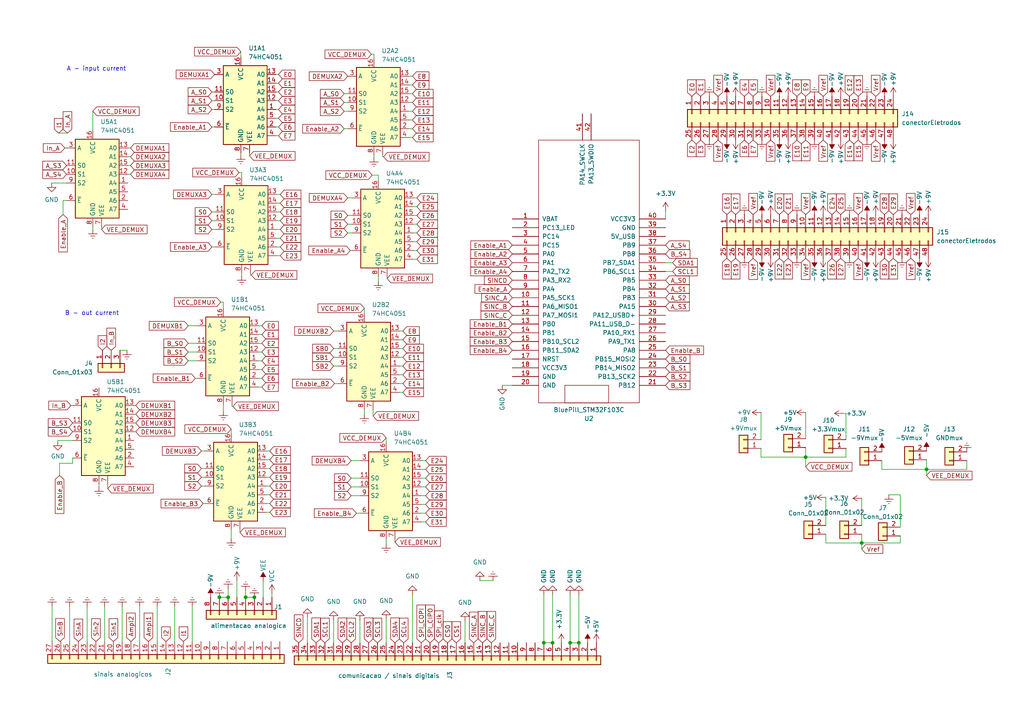
<source format=kicad_sch>
(kicad_sch (version 20230121) (generator eeschema)
  (paper "A4")
  (title_block (title "Demux") (date "2024-02-05") (rev "v02") (company "Autor: Gustavo Pinheiro"))
  (junction (at 66.167 173.228))
  (junction (at 63.627 173.228))
  (junction (at 233.68 132.588))
  (junction (at 73.787 173.228))
  (junction (at 157.734 186.436))
  (junction (at 249.936 157.48))
  (junction (at 165.354 186.436))
  (junction (at 167.894 186.436))
  (junction (at 160.274 186.436))
  (junction (at 268.732 136.144))
  (junction (at 71.247 173.228))
  (wire (pts (xy 61.468 71.628) (xy 62.484 71.628)))
  (wire (pts (xy 75.946 112.268) (xy 74.93 112.268)))
  (wire (pts (xy 63.627 173.228) (xy 66.167 173.228)))
  (wire (pts (xy 26.924 32.258) (xy 26.924 37.846)))
  (wire (pts (xy 58.928 146.05) (xy 59.436 146.05)))
  (wire (pts (xy 15.113 175.895) (xy 15.113 186.055)))
  (wire (pts (xy 249.936 157.48) (xy 261.112 157.48)))
  (wire (pts (xy 123.444 136.144) (xy 122.174 136.144)))
  (wire (pts (xy 78.232 148.59) (xy 77.216 148.59)))
  (wire (pts (xy 101.6 72.644) (xy 102.108 72.644)))
  (wire (pts (xy 72.39 45.212) (xy 72.39 44.45)))
  (wire (pts (xy 58.42 138.43) (xy 59.436 138.43)))
  (wire (pts (xy 61.468 61.468) (xy 62.484 61.468)))
  (wire (pts (xy 75.946 97.028) (xy 74.93 97.028)))
  (wire (pts (xy 14.986 53.086) (xy 19.304 53.086)))
  (wire (pts (xy 61.468 31.75) (xy 62.23 31.75)))
  (wire (pts (xy 139.192 168.402) (xy 143.002 168.402)))
  (wire (pts (xy 119.634 29.718) (xy 118.618 29.718)))
  (wire (pts (xy 75.946 99.568) (xy 74.93 99.568)))
  (wire (pts (xy 100.838 65.024) (xy 102.108 65.024)))
  (wire (pts (xy 249.936 154.94) (xy 249.936 157.48)))
  (wire (pts (xy 96.774 106.172) (xy 98.044 106.172)))
  (wire (pts (xy 116.84 113.792) (xy 115.824 113.792)))
  (wire (pts (xy 18.796 42.926) (xy 19.304 42.926)))
  (wire (pts (xy 233.68 132.588) (xy 233.68 135.382)))
  (wire (pts (xy 39.37 117.602) (xy 38.862 117.602)))
  (wire (pts (xy 68.707 168.402) (xy 68.707 173.228)))
  (wire (pts (xy 123.444 143.764) (xy 122.174 143.764)))
  (wire (pts (xy 25.273 175.895) (xy 25.273 186.055)))
  (wire (pts (xy 157.734 172.466) (xy 157.734 186.436)))
  (wire (pts (xy 233.68 119.634) (xy 233.68 127.254)))
  (wire (pts (xy 81.28 58.928) (xy 80.264 58.928)))
  (wire (pts (xy 26.924 66.548) (xy 26.924 65.786)))
  (wire (pts (xy 239.522 157.48) (xy 249.936 157.48)))
  (wire (pts (xy 99.822 37.338) (xy 100.838 37.338)))
  (wire (pts (xy 80.772 39.37) (xy 80.01 39.37)))
  (wire (pts (xy 96.774 179.832) (xy 96.774 186.436)))
  (wire (pts (xy 61.468 66.548) (xy 62.484 66.548)))
  (wire (pts (xy 245.364 130.048) (xy 245.364 132.588)))
  (wire (pts (xy 112.014 157.734) (xy 112.014 156.464)))
  (wire (pts (xy 100.838 62.484) (xy 102.108 62.484)))
  (wire (pts (xy 75.946 104.648) (xy 74.93 104.648)))
  (wire (pts (xy 17.018 38.608) (xy 19.558 38.608)))
  (wire (pts (xy 220.726 119.634) (xy 220.726 127.508)))
  (wire (pts (xy 220.726 132.588) (xy 233.68 132.588)))
  (wire (pts (xy 115.824 106.172) (xy 116.84 106.172)))
  (wire (pts (xy 120.904 67.564) (xy 119.888 67.564)))
  (wire (pts (xy 160.274 172.466) (xy 160.274 186.436)))
  (wire (pts (xy 69.85 14.986) (xy 69.85 16.51)))
  (wire (pts (xy 71.2453 172.548) (xy 71.247 172.548)))
  (wire (pts (xy 123.444 133.604) (xy 122.174 133.604)))
  (wire (pts (xy 81.28 56.388) (xy 80.264 56.388)))
  (wire (pts (xy 20.193 175.895) (xy 20.193 186.055)))
  (wire (pts (xy 268.732 136.144) (xy 268.732 137.922)))
  (wire (pts (xy 119.634 39.878) (xy 118.618 39.878)))
  (wire (pts (xy 103.378 148.844) (xy 104.394 148.844)))
  (wire (pts (xy 109.728 52.324) (xy 109.728 50.8)))
  (wire (pts (xy 108.204 120.65) (xy 108.204 118.872)))
  (wire (pts (xy 50.673 175.895) (xy 50.673 186.055)))
  (wire (pts (xy 80.772 31.75) (xy 80.01 31.75)))
  (wire (pts (xy 108.458 15.748) (xy 107.696 15.748)))
  (wire (pts (xy 39.37 125.222) (xy 38.862 125.222)))
  (wire (pts (xy 61.468 64.008) (xy 62.484 64.008)))
  (wire (pts (xy 120.904 70.104) (xy 119.888 70.104)))
  (wire (pts (xy 78.232 138.43) (xy 77.216 138.43)))
  (wire (pts (xy 112.014 127) (xy 112.014 128.524)))
  (wire (pts (xy 96.774 101.092) (xy 98.044 101.092)))
  (wire (pts (xy 78.232 146.05) (xy 77.216 146.05)))
  (wire (pts (xy 54.61 102.108) (xy 57.15 102.108)))
  (wire (pts (xy 71.2453 171.3366) (xy 71.2453 172.548)))
  (wire (pts (xy 61.468 36.83) (xy 62.23 36.83)))
  (wire (pts (xy 81.28 64.008) (xy 80.264 64.008)))
  (wire (pts (xy 64.77 119.253) (xy 64.77 117.348)))
  (wire (pts (xy 119.634 37.338) (xy 118.618 37.338)))
  (wire (pts (xy 78.232 143.51) (xy 77.216 143.51)))
  (wire (pts (xy 67.056 124.46) (xy 67.056 125.73)))
  (wire (pts (xy 69.596 154.432) (xy 69.596 153.67)))
  (wire (pts (xy 116.84 96.012) (xy 115.824 96.012)))
  (wire (pts (xy 78.232 133.35) (xy 77.216 133.35)))
  (wire (pts (xy 268.732 136.144) (xy 268.732 133.35)))
  (wire (pts (xy 120.904 57.404) (xy 119.888 57.404)))
  (wire (pts (xy 18.288 58.166) (xy 19.304 58.166)))
  (wire (pts (xy 97.028 111.252) (xy 98.044 111.252)))
  (wire (pts (xy 195.072 76.2) (xy 193.04 76.2)))
  (wire (pts (xy 66.167 170.688) (xy 66.167 173.228)))
  (wire (pts (xy 72.898 79.756) (xy 72.644 79.756)))
  (wire (pts (xy 80.772 24.13) (xy 80.01 24.13)))
  (wire (pts (xy 81.28 69.088) (xy 80.264 69.088)))
  (wire (pts (xy 105.664 120.142) (xy 105.664 118.872)))
  (wire (pts (xy 67.564 117.856) (xy 67.31 117.856)))
  (wire (pts (xy 80.772 21.59) (xy 80.01 21.59)))
  (wire (pts (xy 69.85 44.958) (xy 69.85 44.45)))
  (wire (pts (xy 120.904 65.024) (xy 119.888 65.024)))
  (wire (pts (xy 37.846 42.926) (xy 37.084 42.926)))
  (wire (pts (xy 18.288 62.23) (xy 18.288 58.166)))
  (wire (pts (xy 61.468 56.388) (xy 62.484 56.388)))
  (wire (pts (xy 123.444 141.224) (xy 122.174 141.224)))
  (wire (pts (xy 220.726 132.588) (xy 220.726 130.048)))
  (wire (pts (xy 21.082 134.366) (xy 21.082 132.842)))
  (wire (pts (xy 58.42 135.89) (xy 59.436 135.89)))
  (wire (pts (xy 67.31 117.856) (xy 67.31 117.348)))
  (wire (pts (xy 239.522 144.272) (xy 239.522 152.4)))
  (wire (pts (xy 134.874 180.086) (xy 134.874 186.436)))
  (wire (pts (xy 261.112 143.51) (xy 261.112 152.908)))
  (wire (pts (xy 39.37 120.142) (xy 38.862 120.142)))
  (wire (pts (xy 81.28 61.468) (xy 80.264 61.468)))
  (wire (pts (xy 31.242 141.732) (xy 31.242 140.462)))
  (wire (pts (xy 55.753 175.895) (xy 55.753 186.055)))
  (wire (pts (xy 64.008 87.63) (xy 64.77 87.63)))
  (wire (pts (xy 29.464 66.548) (xy 29.464 65.786)))
  (wire (pts (xy 116.84 103.632) (xy 115.824 103.632)))
  (wire (pts (xy 54.61 99.568) (xy 57.15 99.568)))
  (wire (pts (xy 76.3272 168.5449) (xy 76.3272 173.228)))
  (wire (pts (xy 249.936 144.526) (xy 249.936 152.4)))
  (wire (pts (xy 81.28 71.628) (xy 80.264 71.628)))
  (wire (pts (xy 244.602 119.888) (xy 245.364 119.888)))
  (wire (pts (xy 116.84 111.252) (xy 115.824 111.252)))
  (wire (pts (xy 249.936 159.258) (xy 249.936 157.48)))
  (wire (pts (xy 120.904 72.644) (xy 119.888 72.644)))
  (wire (pts (xy 105.664 89.408) (xy 105.664 90.932)))
  (wire (pts (xy 255.778 136.144) (xy 268.732 136.144)))
  (wire (pts (xy 78.232 135.89) (xy 77.216 135.89)))
  (wire (pts (xy 61.468 26.67) (xy 62.23 26.67)))
  (wire (pts (xy 54.61 104.648) (xy 57.15 104.648)))
  (wire (pts (xy 70.104 79.248) (xy 70.104 80.01)))
  (wire (pts (xy 80.772 34.29) (xy 80.01 34.29)))
  (wire (pts (xy 112.268 80.772) (xy 112.268 80.264)))
  (wire (pts (xy 108.458 17.018) (xy 108.458 15.748)))
  (wire (pts (xy 268.732 136.144) (xy 280.416 136.144)))
  (wire (pts (xy 116.84 98.552) (xy 115.824 98.552)))
  (wire (pts (xy 76.3272 173.228) (xy 76.327 173.228)))
  (wire (pts (xy 165.354 186.436) (xy 167.894 186.436)))
  (wire (pts (xy 71.247 172.548) (xy 71.247 173.228)))
  (wire (pts (xy 261.112 155.448) (xy 261.112 157.48)))
  (wire (pts (xy 56.642 109.728) (xy 57.15 109.728)))
  (wire (pts (xy 61.468 29.21) (xy 62.23 29.21)))
  (wire (pts (xy 233.68 132.588) (xy 233.68 129.794)))
  (wire (pts (xy 99.822 29.718) (xy 100.838 29.718)))
  (wire (pts (xy 80.772 26.67) (xy 80.01 26.67)))
  (wire (pts (xy 101.854 133.604) (xy 104.394 133.604)))
  (wire (pts (xy 35.433 175.895) (xy 35.433 186.055)))
  (wire (pts (xy 70.104 50.038) (xy 69.342 50.038)))
  (wire (pts (xy 123.444 146.304) (xy 122.174 146.304)))
  (wire (pts (xy 119.634 24.638) (xy 118.618 24.638)))
  (wire (pts (xy 165.354 172.466) (xy 165.354 186.436)))
  (wire (pts (xy 104.394 179.832) (xy 104.394 186.436)))
  (wire (pts (xy 75.946 109.728) (xy 74.93 109.728)))
  (wire (pts (xy 99.822 32.258) (xy 100.838 32.258)))
  (wire (pts (xy 239.522 154.94) (xy 239.522 157.48)))
  (wire (pts (xy 37.846 48.006) (xy 37.084 48.006)))
  (wire (pts (xy 116.84 108.712) (xy 115.824 108.712)))
  (wire (pts (xy 120.904 75.184) (xy 119.888 75.184)))
  (wire (pts (xy 100.838 57.404) (xy 102.108 57.404)))
  (wire (pts (xy 36.83 101.6) (xy 34.798 101.6)))
  (wire (pts (xy 257.81 143.51) (xy 261.112 143.51)))
  (wire (pts (xy 195.072 78.74) (xy 193.04 78.74)))
  (wire (pts (xy 58.42 130.81) (xy 59.436 130.81)))
  (wire (pts (xy 245.364 119.888) (xy 245.364 127.508)))
  (wire (pts (xy 145.669 111.76) (xy 148.59 111.76)))
  (wire (pts (xy 28.702 141.224) (xy 28.702 140.462)))
  (wire (pts (xy 109.728 81.534) (xy 109.728 80.264)))
  (wire (pts (xy 109.728 50.8) (xy 107.95 50.8)))
  (wire (pts (xy 78.8682 172.121) (xy 78.8682 173.228)))
  (wire (pts (xy 123.444 151.384) (xy 122.174 151.384)))
  (wire (pts (xy 101.854 138.684) (xy 104.394 138.684)))
  (wire (pts (xy 75.946 107.188) (xy 74.93 107.188)))
  (wire (pts (xy 167.894 172.466) (xy 167.894 186.436)))
  (wire (pts (xy 78.867 173.228) (xy 78.8682 173.228)))
  (wire (pts (xy 78.232 130.81) (xy 77.216 130.81)))
  (wire (pts (xy 123.444 148.844) (xy 122.174 148.844)))
  (wire (pts (xy 120.904 59.944) (xy 119.888 59.944)))
  (wire (pts (xy 119.634 34.798) (xy 118.618 34.798)))
  (wire (pts (xy 96.774 103.632) (xy 98.044 103.632)))
  (wire (pts (xy 81.28 66.548) (xy 80.264 66.548)))
  (wire (pts (xy 16.764 127.762) (xy 16.764 128.016)))
  (wire (pts (xy 101.854 141.224) (xy 104.394 141.224)))
  (wire (pts (xy 157.734 186.436) (xy 160.274 186.436)))
  (wire (pts (xy 17.653 186.055) (xy 17.399 186.055)))
  (wire (pts (xy 54.61 94.488) (xy 57.15 94.488)))
  (wire (pts (xy 111.252 45.466) (xy 110.998 45.466)))
  (wire (pts (xy 119.634 32.258) (xy 118.618 32.258)))
  (wire (pts (xy 78.232 140.97) (xy 77.216 140.97)))
  (wire (pts (xy 20.574 117.602) (xy 21.082 117.602)))
  (wire (pts (xy 37.846 50.546) (xy 37.084 50.546)))
  (wire (pts (xy 39.37 122.682) (xy 38.862 122.682)))
  (wire (pts (xy 72.644 79.756) (xy 72.644 79.248)))
  (wire (pts (xy 116.84 101.092) (xy 115.824 101.092)))
  (wire (pts (xy 96.774 96.012) (xy 98.044 96.012)))
  (wire (pts (xy 70.104 51.308) (xy 70.104 50.038)))
  (wire (pts (xy 101.854 143.764) (xy 104.394 143.764)))
  (wire (pts (xy 58.42 140.97) (xy 59.436 140.97)))
  (wire (pts (xy 17.272 134.366) (xy 21.082 134.366)))
  (wire (pts (xy 17.272 134.366) (xy 17.272 137.922)))
  (wire (pts (xy 99.822 27.178) (xy 100.838 27.178)))
  (wire (pts (xy 80.772 29.21) (xy 80.01 29.21)))
  (wire (pts (xy 114.554 157.226) (xy 114.554 156.464)))
  (wire (pts (xy 255.778 136.144) (xy 255.778 133.604)))
  (wire (pts (xy 119.634 22.098) (xy 118.618 22.098)))
  (wire (pts (xy 37.846 45.466) (xy 37.084 45.466)))
  (wire (pts (xy 71.247 173.228) (xy 73.787 173.228)))
  (wire (pts (xy 75.946 94.488) (xy 74.93 94.488)))
  (wire (pts (xy 110.998 45.466) (xy 110.998 44.958)))
  (wire (pts (xy 89.154 179.07) (xy 89.154 186.436)))
  (wire (pts (xy 81.28 74.168) (xy 80.264 74.168)))
  (wire (pts (xy 123.444 138.684) (xy 122.174 138.684)))
  (wire (pts (xy 193.04 61.214) (xy 193.04 63.5)))
  (wire (pts (xy 280.416 133.604) (xy 280.416 136.144)))
  (wire (pts (xy 108.458 44.958) (xy 108.458 45.72)))
  (wire (pts (xy 119.634 27.178) (xy 118.618 27.178)))
  (wire (pts (xy 100.838 67.564) (xy 102.108 67.564)))
  (wire (pts (xy 75.946 102.108) (xy 74.93 102.108)))
  (wire (pts (xy 40.513 175.895) (xy 40.513 186.055)))
  (wire (pts (xy 120.904 62.484) (xy 119.888 62.484)))
  (wire (pts (xy 112.014 179.578) (xy 112.014 186.436)))
  (wire (pts (xy 233.68 132.588) (xy 245.364 132.588)))
  (wire (pts (xy 80.772 36.83) (xy 80.01 36.83)))
  (wire (pts (xy 30.353 175.895) (xy 30.353 186.055)))
  (wire (pts (xy 119.634 172.466) (xy 119.634 186.436)))
  (wire (pts (xy 45.593 175.895) (xy 45.593 186.055)))
  (wire (pts (xy 67.056 156.21) (xy 67.056 153.67)))
  (wire (pts (xy 16.764 127.762) (xy 21.082 127.762)))
  (wire (pts (xy 64.77 89.408) (xy 64.77 87.63)))
  (text "A - input current\n\n" (at 19.304 22.86 0) (effects (font (size 1.27 1.27)) (justify left bottom)))
  (text "B - out current\n\n" (at 18.796 93.726 0) (effects (font (size 1.27 1.27)) (justify left bottom)))
  (global_label "E10" (shape input) (at 119.634 27.178 0) (property "Intersheetrefs" "${INTERSHEET_REFS}" (effects hide)))
  (global_label "E22" (shape input) (at 81.28 71.628 0) (property "Intersheetrefs" "${INTERSHEET_REFS}" (effects hide)))
  (global_label "E8" (shape input) (at 231.14 27.94 90) (property "Intersheetrefs" "${INTERSHEET_REFS}" (effects hide)))
  (global_label "VEE_DEMUX" (shape input) (at 268.732 137.922 0) (property "Intersheetrefs" "${INTERSHEET_REFS}" (effects hide)))
  (global_label "Vref" (shape input) (at 218.44 74.93 270) (property "Intersheetrefs" "${INTERSHEET_REFS}" (effects hide)))
  (global_label "B_S1" (shape input) (at 193.04 106.68 0) (property "Intersheetrefs" "${INTERSHEET_REFS}" (effects hide)))
  (global_label "Vref" (shape input) (at 254 27.94 90) (property "Intersheetrefs" "${INTERSHEET_REFS}" (effects hide)))
  (global_label "E22" (shape input) (at 226.06 74.93 270) (property "Intersheetrefs" "${INTERSHEET_REFS}" (effects hide)))
  (global_label "SPI_clk" (shape input) (at 127.254 186.436 90) (property "Intersheetrefs" "${INTERSHEET_REFS}" (effects hide)))
  (global_label "E11" (shape input) (at 116.84 103.632 0) (property "Intersheetrefs" "${INTERSHEET_REFS}" (effects hide)))
  (global_label "I1" (shape input) (at 53.213 186.055 90) (property "Intersheetrefs" "${INTERSHEET_REFS}" (effects hide)))
  (global_label "E2" (shape input) (at 200.66 40.64 270) (property "Intersheetrefs" "${INTERSHEET_REFS}" (effects hide)))
  (global_label "E25" (shape input) (at 123.444 136.144 0) (property "Intersheetrefs" "${INTERSHEET_REFS}" (effects hide)))
  (global_label "SINCD" (shape input) (at 148.59 81.28 180) (property "Intersheetrefs" "${INTERSHEET_REFS}" (effects hide)))
  (global_label "Vref" (shape input) (at 248.92 62.23 90) (property "Intersheetrefs" "${INTERSHEET_REFS}" (effects hide)))
  (global_label "Enable_A1" (shape input) (at 61.468 36.83 180) (property "Intersheetrefs" "${INTERSHEET_REFS}" (effects hide)))
  (global_label "SB0" (shape input) (at 96.774 101.092 180) (property "Intersheetrefs" "${INTERSHEET_REFS}" (effects hide)))
  (global_label "E15" (shape input) (at 116.84 113.792 0) (property "Intersheetrefs" "${INTERSHEET_REFS}" (effects hide)))
  (global_label "B_S4" (shape input) (at 21.082 125.222 180) (property "Intersheetrefs" "${INTERSHEET_REFS}" (effects hide)))
  (global_label "SDA3" (shape input) (at 106.934 186.436 90) (property "Intersheetrefs" "${INTERSHEET_REFS}" (effects hide)))
  (global_label "Vref" (shape input) (at 249.936 159.258 0) (property "Intersheetrefs" "${INTERSHEET_REFS}" (effects hide)))
  (global_label "A_S2" (shape input) (at 99.822 32.258 180) (property "Intersheetrefs" "${INTERSHEET_REFS}" (effects hide)))
  (global_label "E16" (shape input) (at 81.28 56.388 0) (property "Intersheetrefs" "${INTERSHEET_REFS}" (effects hide)))
  (global_label "E19" (shape input) (at 78.232 138.43 0) (property "Intersheetrefs" "${INTERSHEET_REFS}" (effects hide)))
  (global_label "S2" (shape input) (at 61.468 66.548 180) (property "Intersheetrefs" "${INTERSHEET_REFS}" (effects hide)))
  (global_label "E26" (shape input) (at 241.3 74.93 270) (property "Intersheetrefs" "${INTERSHEET_REFS}" (effects hide)))
  (global_label "Vref" (shape input) (at 208.28 40.64 270) (property "Intersheetrefs" "${INTERSHEET_REFS}" (effects hide)))
  (global_label "CS1" (shape input) (at 132.334 186.436 90) (property "Intersheetrefs" "${INTERSHEET_REFS}" (effects hide)))
  (global_label "E29" (shape input) (at 259.08 62.23 90) (property "Intersheetrefs" "${INTERSHEET_REFS}" (effects hide)))
  (global_label "DEMUXA3" (shape input) (at 61.468 56.388 180) (property "Intersheetrefs" "${INTERSHEET_REFS}" (effects hide)))
  (global_label "SDA2" (shape input) (at 99.314 186.436 90) (property "Intersheetrefs" "${INTERSHEET_REFS}" (effects hide)))
  (global_label "E1" (shape input) (at 203.2 27.94 90) (property "Intersheetrefs" "${INTERSHEET_REFS}" (effects hide)))
  (global_label "E7" (shape input) (at 75.946 112.268 0) (property "Intersheetrefs" "${INTERSHEET_REFS}" (effects hide)))
  (global_label "DEMUXA1" (shape input) (at 37.846 42.926 0) (property "Intersheetrefs" "${INTERSHEET_REFS}" (effects hide)))
  (global_label "VEE_DEMUX" (shape input) (at 112.268 80.772 0) (property "Intersheetrefs" "${INTERSHEET_REFS}" (effects hide)))
  (global_label "E1" (shape input) (at 80.772 24.13 0) (property "Intersheetrefs" "${INTERSHEET_REFS}" (effects hide)))
  (global_label "Enable_B4" (shape input) (at 103.378 148.844 180) (property "Intersheetrefs" "${INTERSHEET_REFS}" (effects hide)))
  (global_label "DEMUXB2" (shape input) (at 39.37 120.142 0) (property "Intersheetrefs" "${INTERSHEET_REFS}" (effects hide)))
  (global_label "Ampl1" (shape input) (at 43.053 186.055 90) (property "Intersheetrefs" "${INTERSHEET_REFS}" (effects hide)))
  (global_label "E9" (shape input) (at 233.68 27.94 90) (property "Intersheetrefs" "${INTERSHEET_REFS}" (effects hide)))
  (global_label "A_S1" (shape input) (at 61.468 29.21 180) (property "Intersheetrefs" "${INTERSHEET_REFS}" (effects hide)))
  (global_label "SDA1" (shape input) (at 91.694 186.436 90) (property "Intersheetrefs" "${INTERSHEET_REFS}" (effects hide)))
  (global_label "VCC_DEMUX" (shape input) (at 233.68 135.382 0) (property "Intersheetrefs" "${INTERSHEET_REFS}" (effects hide)))
  (global_label "Enable_B2" (shape input) (at 97.028 111.252 180) (property "Intersheetrefs" "${INTERSHEET_REFS}" (effects hide)))
  (global_label "VCC_DEMUX" (shape input) (at 64.008 87.63 180) (property "Intersheetrefs" "${INTERSHEET_REFS}" (effects hide)))
  (global_label "E28" (shape input) (at 120.904 67.564 0) (property "Intersheetrefs" "${INTERSHEET_REFS}" (effects hide)))
  (global_label "E31" (shape input) (at 123.444 151.384 0) (property "Intersheetrefs" "${INTERSHEET_REFS}" (effects hide)))
  (global_label "E19" (shape input) (at 213.36 74.93 270) (property "Intersheetrefs" "${INTERSHEET_REFS}" (effects hide)))
  (global_label "DEMUXB1" (shape input) (at 39.37 117.602 0) (property "Intersheetrefs" "${INTERSHEET_REFS}" (effects hide)))
  (global_label "A_S0" (shape input) (at 61.468 26.67 180) (property "Intersheetrefs" "${INTERSHEET_REFS}" (effects hide)))
  (global_label "VCC_DEMUX" (shape input) (at 107.696 15.748 180) (property "Intersheetrefs" "${INTERSHEET_REFS}" (effects hide)))
  (global_label "A_S2" (shape input) (at 61.468 31.75 180) (property "Intersheetrefs" "${INTERSHEET_REFS}" (effects hide)))
  (global_label "E0" (shape input) (at 80.772 21.59 0) (property "Intersheetrefs" "${INTERSHEET_REFS}" (effects hide)))
  (global_label "VCC_DEMUX" (shape input) (at 112.014 127 180) (property "Intersheetrefs" "${INTERSHEET_REFS}" (effects hide)))
  (global_label "S1" (shape input) (at 101.854 141.224 180) (property "Intersheetrefs" "${INTERSHEET_REFS}" (effects hide)))
  (global_label "E30" (shape input) (at 120.904 72.644 0) (property "Intersheetrefs" "${INTERSHEET_REFS}" (effects hide)))
  (global_label "E2" (shape input) (at 75.946 99.568 0) (property "Intersheetrefs" "${INTERSHEET_REFS}" (effects hide)))
  (global_label "E15" (shape input) (at 119.634 39.878 0) (property "Intersheetrefs" "${INTERSHEET_REFS}" (effects hide)))
  (global_label "E11" (shape input) (at 119.634 29.718 0) (property "Intersheetrefs" "${INTERSHEET_REFS}" (effects hide)))
  (global_label "E13" (shape input) (at 116.84 108.712 0) (property "Intersheetrefs" "${INTERSHEET_REFS}" (effects hide)))
  (global_label "E4" (shape input) (at 80.772 31.75 0) (property "Intersheetrefs" "${INTERSHEET_REFS}" (effects hide)))
  (global_label "DEMUXA2" (shape input) (at 37.846 45.466 0) (property "Intersheetrefs" "${INTERSHEET_REFS}" (effects hide)))
  (global_label "S0" (shape input) (at 101.854 138.684 180) (property "Intersheetrefs" "${INTERSHEET_REFS}" (effects hide)))
  (global_label "DEMUXA3" (shape input) (at 37.846 48.006 0) (property "Intersheetrefs" "${INTERSHEET_REFS}" (effects hide)))
  (global_label "Vref" (shape input) (at 223.52 40.64 270) (property "Intersheetrefs" "${INTERSHEET_REFS}" (effects hide)))
  (global_label "Vref" (shape input) (at 238.76 40.64 270) (property "Intersheetrefs" "${INTERSHEET_REFS}" (effects hide)))
  (global_label "E7" (shape input) (at 218.44 40.64 270) (property "Intersheetrefs" "${INTERSHEET_REFS}" (effects hide)))
  (global_label "SINC_C" (shape input) (at 142.494 186.436 90) (property "Intersheetrefs" "${INTERSHEET_REFS}" (effects hide)))
  (global_label "B_S0" (shape input) (at 54.61 99.568 180) (property "Intersheetrefs" "${INTERSHEET_REFS}" (effects hide)))
  (global_label "SINC_A" (shape input) (at 137.414 186.436 90) (property "Intersheetrefs" "${INTERSHEET_REFS}" (effects hide)))
  (global_label "E19" (shape input) (at 81.28 64.008 0) (property "Intersheetrefs" "${INTERSHEET_REFS}" (effects hide)))
  (global_label "Enable_A3" (shape input) (at 148.59 76.2 180) (property "Intersheetrefs" "${INTERSHEET_REFS}" (effects hide)))
  (global_label "E4" (shape input) (at 215.9 27.94 90) (property "Intersheetrefs" "${INTERSHEET_REFS}" (effects hide)))
  (global_label "Enable_B" (shape input) (at 193.04 101.6 0) (property "Intersheetrefs" "${INTERSHEET_REFS}" (effects hide)))
  (global_label "E6" (shape input) (at 80.772 36.83 0) (property "Intersheetrefs" "${INTERSHEET_REFS}" (effects hide)))
  (global_label "E5" (shape input) (at 75.946 107.188 0) (property "Intersheetrefs" "${INTERSHEET_REFS}" (effects hide)))
  (global_label "VEE_DEMUX" (shape input) (at 72.898 79.756 0) (property "Intersheetrefs" "${INTERSHEET_REFS}" (effects hide)))
  (global_label "A_S1" (shape input) (at 99.822 29.718 180) (property "Intersheetrefs" "${INTERSHEET_REFS}" (effects hide)))
  (global_label "DEMUXA2" (shape input) (at 100.838 22.098 180) (property "Intersheetrefs" "${INTERSHEET_REFS}" (effects hide)))
  (global_label "E5" (shape input) (at 218.44 27.94 90) (property "Intersheetrefs" "${INTERSHEET_REFS}" (effects hide)))
  (global_label "SCL1" (shape input) (at 195.072 78.74 0) (property "Intersheetrefs" "${INTERSHEET_REFS}" (effects hide)))
  (global_label "Ampl2" (shape input) (at 37.973 186.055 90) (property "Intersheetrefs" "${INTERSHEET_REFS}" (effects hide)))
  (global_label "In_A" (shape input) (at 18.796 42.926 180) (property "Intersheetrefs" "${INTERSHEET_REFS}" (effects hide)))
  (global_label "Vref" (shape input) (at 254 40.64 270) (property "Intersheetrefs" "${INTERSHEET_REFS}" (effects hide)))
  (global_label "SB1" (shape input) (at 96.774 103.632 180) (property "Intersheetrefs" "${INTERSHEET_REFS}" (effects hide)))
  (global_label "A_S2" (shape input) (at 193.04 86.36 0) (property "Intersheetrefs" "${INTERSHEET_REFS}" (effects hide)))
  (global_label "VEE_DEMUX" (shape input) (at 72.39 45.212 0) (property "Intersheetrefs" "${INTERSHEET_REFS}" (effects hide)))
  (global_label "E21" (shape input) (at 78.232 143.51 0) (property "Intersheetrefs" "${INTERSHEET_REFS}" (effects hide)))
  (global_label "E23" (shape input) (at 228.6 74.93 270) (property "Intersheetrefs" "${INTERSHEET_REFS}" (effects hide)))
  (global_label "VCC_DEMUX" (shape input) (at 69.85 14.986 180) (property "Intersheetrefs" "${INTERSHEET_REFS}" (effects hide)))
  (global_label "DEMUXB2" (shape input) (at 96.774 96.012 180) (property "Intersheetrefs" "${INTERSHEET_REFS}" (effects hide)))
  (global_label "Enable_A" (shape input) (at 148.59 83.82 180) (property "Intersheetrefs" "${INTERSHEET_REFS}" (effects hide)))
  (global_label "E18" (shape input) (at 78.232 135.89 0) (property "Intersheetrefs" "${INTERSHEET_REFS}" (effects hide)))
  (global_label "E3" (shape input) (at 203.2 40.64 270) (property "Intersheetrefs" "${INTERSHEET_REFS}" (effects hide)))
  (global_label "Enable_A2" (shape input) (at 148.59 73.66 180) (property "Intersheetrefs" "${INTERSHEET_REFS}" (effects hide)))
  (global_label "E25" (shape input) (at 120.904 59.944 0) (property "Intersheetrefs" "${INTERSHEET_REFS}" (effects hide)))
  (global_label "DEMUXA4" (shape input) (at 100.838 57.404 180) (property "Intersheetrefs" "${INTERSHEET_REFS}" (effects hide)))
  (global_label "E14" (shape input) (at 116.84 111.252 0) (property "Intersheetrefs" "${INTERSHEET_REFS}" (effects hide)))
  (global_label "Vref" (shape input) (at 208.28 27.94 90) (property "Intersheetrefs" "${INTERSHEET_REFS}" (effects hide)))
  (global_label "SCL2" (shape input) (at 101.854 186.436 90) (property "Intersheetrefs" "${INTERSHEET_REFS}" (effects hide)))
  (global_label "Vref" (shape input) (at 218.44 62.23 90) (property "Intersheetrefs" "${INTERSHEET_REFS}" (effects hide)))
  (global_label "E7" (shape input) (at 80.772 39.37 0) (property "Intersheetrefs" "${INTERSHEET_REFS}" (effects hide)))
  (global_label "E14" (shape input) (at 246.38 40.64 270) (property "Intersheetrefs" "${INTERSHEET_REFS}" (effects hide)))
  (global_label "E20" (shape input) (at 226.06 62.23 90) (property "Intersheetrefs" "${INTERSHEET_REFS}" (effects hide)))
  (global_label "SCL3" (shape input) (at 109.474 186.436 90) (property "Intersheetrefs" "${INTERSHEET_REFS}" (effects hide)))
  (global_label "A_S1" (shape input) (at 193.04 83.82 0) (property "Intersheetrefs" "${INTERSHEET_REFS}" (effects hide)))
  (global_label "Sin2" (shape input) (at 27.813 186.055 90) (property "Intersheetrefs" "${INTERSHEET_REFS}" (effects hide)))
  (global_label "VEE_DEMUX" (shape input) (at 108.204 120.65 0) (property "Intersheetrefs" "${INTERSHEET_REFS}" (effects hide)))
  (global_label "Vref" (shape input) (at 223.52 27.94 90) (property "Intersheetrefs" "${INTERSHEET_REFS}" (effects hide)))
  (global_label "E10" (shape input) (at 231.14 40.64 270) (property "Intersheetrefs" "${INTERSHEET_REFS}" (effects hide)))
  (global_label "E2" (shape input) (at 80.772 26.67 0) (property "Intersheetrefs" "${INTERSHEET_REFS}" (effects hide)))
  (global_label "VCC_DEMUX" (shape input) (at 107.95 50.8 180) (property "Intersheetrefs" "${INTERSHEET_REFS}" (effects hide)))
  (global_label "E16" (shape input) (at 78.232 130.81 0) (property "Intersheetrefs" "${INTERSHEET_REFS}" (effects hide)))
  (global_label "Enable_A" (shape input) (at 18.288 62.23 270) (property "Intersheetrefs" "${INTERSHEET_REFS}" (effects hide)))
  (global_label "A_S4" (shape input) (at 19.304 50.546 180) (property "Intersheetrefs" "${INTERSHEET_REFS}" (effects hide)))
  (global_label "E20" (shape input) (at 81.28 66.548 0) (property "Intersheetrefs" "${INTERSHEET_REFS}" (effects hide)))
  (global_label "SDA1" (shape input) (at 195.072 76.2 0) (property "Intersheetrefs" "${INTERSHEET_REFS}" (effects hide)))
  (global_label "S2" (shape input) (at 58.42 140.97 180) (property "Intersheetrefs" "${INTERSHEET_REFS}" (effects hide)))
  (global_label "E25" (shape input) (at 243.84 62.23 90) (property "Intersheetrefs" "${INTERSHEET_REFS}" (effects hide)))
  (global_label "DEMUXA1" (shape input) (at 62.23 21.59 180) (property "Intersheetrefs" "${INTERSHEET_REFS}" (effects hide)))
  (global_label "SCL4" (shape input) (at 117.094 186.436 90) (property "Intersheetrefs" "${INTERSHEET_REFS}" (effects hide)))
  (global_label "E12" (shape input) (at 246.38 27.94 90) (property "Intersheetrefs" "${INTERSHEET_REFS}" (effects hide)))
  (global_label "E24" (shape input) (at 120.904 57.404 0) (property "Intersheetrefs" "${INTERSHEET_REFS}" (effects hide)))
  (global_label "SINC_C" (shape input) (at 148.59 91.44 180) (property "Intersheetrefs" "${INTERSHEET_REFS}" (effects hide)))
  (global_label "SPI_CIPO" (shape input) (at 124.714 186.436 90) (property "Intersheetrefs" "${INTERSHEET_REFS}" (effects hide)))
  (global_label "E27" (shape input) (at 120.904 65.024 0) (property "Intersheetrefs" "${INTERSHEET_REFS}" (effects hide)))
  (global_label "S0" (shape input) (at 58.42 135.89 180) (property "Intersheetrefs" "${INTERSHEET_REFS}" (effects hide)))
  (global_label "Vref" (shape input) (at 248.92 74.93 270) (property "Intersheetrefs" "${INTERSHEET_REFS}" (effects hide)))
  (global_label "E12" (shape input) (at 116.84 106.172 0) (property "Intersheetrefs" "${INTERSHEET_REFS}" (effects hide)))
  (global_label "E28" (shape input) (at 123.444 143.764 0) (property "Intersheetrefs" "${INTERSHEET_REFS}" (effects hide)))
  (global_label "E29" (shape input) (at 120.904 70.104 0) (property "Intersheetrefs" "${INTERSHEET_REFS}" (effects hide)))
  (global_label "SinA" (shape input) (at 22.733 186.055 90) (property "Intersheetrefs" "${INTERSHEET_REFS}" (effects hide)))
  (global_label "DEMUXB4" (shape input) (at 101.854 133.604 180) (property "Intersheetrefs" "${INTERSHEET_REFS}" (effects hide)))
  (global_label "E21" (shape input) (at 228.6 62.23 90) (property "Intersheetrefs" "${INTERSHEET_REFS}" (effects hide)))
  (global_label "Enable_A2" (shape input) (at 99.822 37.338 180) (property "Intersheetrefs" "${INTERSHEET_REFS}" (effects hide)))
  (global_label "S1" (shape input) (at 100.838 65.024 180) (property "Intersheetrefs" "${INTERSHEET_REFS}" (effects hide)))
  (global_label "VEE_DEMUX" (shape input) (at 111.252 45.466 0) (property "Intersheetrefs" "${INTERSHEET_REFS}" (effects hide)))
  (global_label "E18" (shape input) (at 81.28 61.468 0) (property "Intersheetrefs" "${INTERSHEET_REFS}" (effects hide)))
  (global_label "SINCD" (shape input) (at 86.614 186.436 90) (property "Intersheetrefs" "${INTERSHEET_REFS}" (effects hide)))
  (global_label "E26" (shape input) (at 120.904 62.484 0) (property "Intersheetrefs" "${INTERSHEET_REFS}" (effects hide)))
  (global_label "A_S3" (shape input) (at 193.04 88.9 0) (property "Intersheetrefs" "${INTERSHEET_REFS}" (effects hide)))
  (global_label "E0" (shape input) (at 200.66 27.94 90) (property "Intersheetrefs" "${INTERSHEET_REFS}" (effects hide)))
  (global_label "B_S0" (shape input) (at 193.04 104.14 0) (property "Intersheetrefs" "${INTERSHEET_REFS}" (effects hide)))
  (global_label "E24" (shape input) (at 123.444 133.604 0) (property "Intersheetrefs" "${INTERSHEET_REFS}" (effects hide)))
  (global_label "E15" (shape input) (at 248.92 40.64 270) (property "Intersheetrefs" "${INTERSHEET_REFS}" (effects hide)))
  (global_label "I2" (shape input) (at 29.718 101.6 90) (property "Intersheetrefs" "${INTERSHEET_REFS}" (effects hide)))
  (global_label "E31" (shape input) (at 259.08 74.93 270) (property "Intersheetrefs" "${INTERSHEET_REFS}" (effects hide)))
  (global_label "Enable_A1" (shape input) (at 148.59 71.12 180) (property "Intersheetrefs" "${INTERSHEET_REFS}" (effects hide)))
  (global_label "Vref" (shape input) (at 264.16 62.23 90) (property "Intersheetrefs" "${INTERSHEET_REFS}" (effects hide)))
  (global_label "A_S3" (shape input) (at 19.304 48.006 180) (property "Intersheetrefs" "${INTERSHEET_REFS}" (effects hide)))
  (global_label "In_B" (shape input) (at 20.574 117.602 180) (property "Intersheetrefs" "${INTERSHEET_REFS}" (effects hide)))
  (global_label "Enable_B2" (shape input) (at 148.59 96.52 180) (property "Intersheetrefs" "${INTERSHEET_REFS}" (effects hide)))
  (global_label "Vref" (shape input) (at 264.16 74.93 270) (property "Intersheetrefs" "${INTERSHEET_REFS}" (effects hide)))
  (global_label "VCC_DEMUX" (shape input) (at 67.056 124.46 180) (property "Intersheetrefs" "${INTERSHEET_REFS}" (effects hide)))
  (global_label "VCC_DEMUX" (shape input) (at 26.924 32.258 0) (property "Intersheetrefs" "${INTERSHEET_REFS}" (effects hide)))
  (global_label "I2" (shape input) (at 48.133 186.055 90) (property "Intersheetrefs" "${INTERSHEET_REFS}" (effects hide)))
  (global_label "E6" (shape input) (at 75.946 109.728 0) (property "Intersheetrefs" "${INTERSHEET_REFS}" (effects hide)))
  (global_label "SINC_B" (shape input) (at 148.59 88.9 180) (property "Intersheetrefs" "${INTERSHEET_REFS}" (effects hide)))
  (global_label "E20" (shape input) (at 78.232 140.97 0) (property "Intersheetrefs" "${INTERSHEET_REFS}" (effects hide)))
  (global_label "DEMUXB1" (shape input) (at 54.61 94.488 180) (property "Intersheetrefs" "${INTERSHEET_REFS}" (effects hide)))
  (global_label "A_S4" (shape input) (at 193.04 71.12 0) (property "Intersheetrefs" "${INTERSHEET_REFS}" (effects hide)))
  (global_label "Vref" (shape input) (at 238.76 27.94 90) (property "Intersheetrefs" "${INTERSHEET_REFS}" (effects hide)))
  (global_label "E18" (shape input) (at 210.82 74.93 270) (property "Intersheetrefs" "${INTERSHEET_REFS}" (effects hide)))
  (global_label "VEE_DEMUX" (shape input) (at 67.564 117.856 0) (property "Intersheetrefs" "${INTERSHEET_REFS}" (effects hide)))
  (global_label "S0" (shape input) (at 61.468 61.468 180) (property "Intersheetrefs" "${INTERSHEET_REFS}" (effects hide)))
  (global_label "Enable_B3" (shape input) (at 148.59 99.06 180) (property "Intersheetrefs" "${INTERSHEET_REFS}" (effects hide)))
  (global_label "B_S3" (shape input) (at 21.082 122.682 180) (property "Intersheetrefs" "${INTERSHEET_REFS}" (effects hide)))
  (global_label "DEMUXB3" (shape input) (at 58.42 130.81 180) (property "Intersheetrefs" "${INTERSHEET_REFS}" (effects hide)))
  (global_label "CS0" (shape input) (at 129.794 186.436 90) (property "Intersheetrefs" "${INTERSHEET_REFS}" (effects hide)))
  (global_label "S1" (shape input) (at 58.42 138.43 180) (property "Intersheetrefs" "${INTERSHEET_REFS}" (effects hide)))
  (global_label "E23" (shape input) (at 81.28 74.168 0) (property "Intersheetrefs" "${INTERSHEET_REFS}" (effects hide)))
  (global_label "E14" (shape input) (at 119.634 37.338 0) (property "Intersheetrefs" "${INTERSHEET_REFS}" (effects hide)))
  (global_label "DEMUXA4" (shape input) (at 37.846 50.546 0) (property "Intersheetrefs" "${INTERSHEET_REFS}" (effects hide)))
  (global_label "In_A" (shape input) (at 19.558 38.608 90) (property "Intersheetrefs" "${INTERSHEET_REFS}" (effects hide)))
  (global_label "E23" (shape input) (at 78.232 148.59 0) (property "Intersheetrefs" "${INTERSHEET_REFS}" (effects hide)))
  (global_label "In_B" (shape input) (at 32.258 101.6 90) (property "Intersheetrefs" "${INTERSHEET_REFS}" (effects hide)))
  (global_label "I1" (shape input) (at 17.018 38.608 90) (property "Intersheetrefs" "${INTERSHEET_REFS}" (effects hide)))
  (global_label "Enable_A3" (shape input) (at 61.468 71.628 180) (property "Intersheetrefs" "${INTERSHEET_REFS}" (effects hide)))
  (global_label "VCC_DEMUX" (shape input) (at 105.664 89.408 180) (property "Intersheetrefs" "${INTERSHEET_REFS}" (effects hide)))
  (global_label "SinB" (shape input) (at 17.399 186.055 90) (property "Intersheetrefs" "${INTERSHEET_REFS}" (effects hide)))
  (global_label "VEE_DEMUX" (shape input) (at 29.464 66.548 0) (property "Intersheetrefs" "${INTERSHEET_REFS}" (effects hide)))
  (global_label "SINC_B" (shape input) (at 139.954 186.436 90) (property "Intersheetrefs" "${INTERSHEET_REFS}" (effects hide)))
  (global_label "B_S2" (shape input) (at 54.61 104.648 180) (property "Intersheetrefs" "${INTERSHEET_REFS}" (effects hide)))
  (global_label "Sin1" (shape input) (at 32.893 186.055 90) (property "Intersheetrefs" "${INTERSHEET_REFS}" (effects hide)))
  (global_label "E17" (shape input) (at 78.232 133.35 0) (property "Intersheetrefs" "${INTERSHEET_REFS}" (effects hide)))
  (global_label "Enable_B1" (shape input) (at 56.642 109.728 180) (property "Intersheetrefs" "${INTERSHEET_REFS}" (effects hide)))
  (global_label "S1" (shape input) (at 61.468 64.008 180) (property "Intersheetrefs" "${INTERSHEET_REFS}" (effects hide)))
  (global_label "E9" (shape input) (at 119.634 24.638 0) (property "Intersheetrefs" "${INTERSHEET_REFS}" (effects hide)))
  (global_label "Enable_A4" (shape input) (at 101.6 72.644 180) (property "Intersheetrefs" "${INTERSHEET_REFS}" (effects hide)))
  (global_label "Enable_B1" (shape input) (at 148.59 93.98 180) (property "Intersheetrefs" "${INTERSHEET_REFS}" (effects hide)))
  (global_label "E13" (shape input) (at 119.634 34.798 0) (property "Intersheetrefs" "${INTERSHEET_REFS}" (effects hide)))
  (global_label "E31" (shape input) (at 120.904 75.184 0) (property "Intersheetrefs" "${INTERSHEET_REFS}" (effects hide)))
  (global_label "E12" (shape input) (at 119.634 32.258 0) (property "Intersheetrefs" "${INTERSHEET_REFS}" (effects hide)))
  (global_label "VCC_DEMUX" (shape input) (at 69.342 50.038 180) (property "Intersheetrefs" "${INTERSHEET_REFS}" (effects hide)))
  (global_label "SCL1" (shape input) (at 94.234 186.436 90) (property "Intersheetrefs" "${INTERSHEET_REFS}" (effects hide)))
  (global_label "DEMUXB3" (shape input) (at 39.37 122.682 0) (property "Intersheetrefs" "${INTERSHEET_REFS}" (effects hide)))
  (global_label "VEE_DEMUX" (shape input) (at 114.554 157.226 0) (property "Intersheetrefs" "${INTERSHEET_REFS}" (effects hide)))
  (global_label "SINC_A" (shape input) (at 148.59 86.36 180) (property "Intersheetrefs" "${INTERSHEET_REFS}" (effects hide)))
  (global_label "E3" (shape input) (at 80.772 29.21 0) (property "Intersheetrefs" "${INTERSHEET_REFS}" (effects hide)))
  (global_label "Enable_A4" (shape input) (at 148.59 78.74 180) (property "Intersheetrefs" "${INTERSHEET_REFS}" (effects hide)))
  (global_label "E17" (shape input) (at 213.36 62.23 90) (property "Intersheetrefs" "${INTERSHEET_REFS}" (effects hide)))
  (global_label "B_S1" (shape input) (at 54.61 102.108 180) (property "Intersheetrefs" "${INTERSHEET_REFS}" (effects hide)))
  (global_label "E5" (shape input) (at 80.772 34.29 0) (property "Intersheetrefs" "${INTERSHEET_REFS}" (effects hide)))
  (global_label "E30" (shape input) (at 256.54 74.93 270) (property "Intersheetrefs" "${INTERSHEET_REFS}" (effects hide)))
  (global_label "E3" (shape input) (at 75.946 102.108 0) (property "Intersheetrefs" "${INTERSHEET_REFS}" (effects hide)))
  (global_label "Enable_B3" (shape input) (at 58.928 146.05 180) (property "Intersheetrefs" "${INTERSHEET_REFS}" (effects hide)))
  (global_label "A_S0" (shape input) (at 99.822 27.178 180) (property "Intersheetrefs" "${INTERSHEET_REFS}" (effects hide)))
  (global_label "E10" (shape input) (at 116.84 101.092 0) (property "Intersheetrefs" "${INTERSHEET_REFS}" (effects hide)))
  (global_label "SPI_COPI" (shape input) (at 122.174 186.436 90) (property "Intersheetrefs" "${INTERSHEET_REFS}" (effects hide)))
  (global_label "A_S0" (shape input) (at 193.04 81.28 0) (property "Intersheetrefs" "${INTERSHEET_REFS}" (effects hide)))
  (global_label "E13" (shape input) (at 248.92 27.94 90) (property "Intersheetrefs" "${INTERSHEET_REFS}" (effects hide)))
  (global_label "S2" (shape input) (at 101.854 143.764 180) (property "Intersheetrefs" "${INTERSHEET_REFS}" (effects hide)))
  (global_label "B_S4" (shape input) (at 193.04 73.66 0) (property "Intersheetrefs" "${INTERSHEET_REFS}" (effects hide)))
  (global_label "E8" (shape input) (at 119.634 22.098 0) (property "Intersheetrefs" "${INTERSHEET_REFS}" (effects hide)))
  (global_label "DEMUXB4" (shape input) (at 39.37 125.222 0) (property "Intersheetrefs" "${INTERSHEET_REFS}" (effects hide)))
  (global_label "Vref" (shape input) (at 233.68 74.93 270) (property "Intersheetrefs" "${INTERSHEET_REFS}" (effects hide)))
  (global_label "E27" (shape input) (at 123.444 141.224 0) (property "Intersheetrefs" "${INTERSHEET_REFS}" (effects hide)))
  (global_label "E17" (shape input) (at 81.28 58.928 0) (property "Intersheetrefs" "${INTERSHEET_REFS}" (effects hide)))
  (global_label "E28" (shape input) (at 256.54 62.23 90) (property "Intersheetrefs" "${INTERSHEET_REFS}" (effects hide)))
  (global_label "Enable_B4" (shape input) (at 148.59 101.6 180) (property "Intersheetrefs" "${INTERSHEET_REFS}" (effects hide)))
  (global_label "E22" (shape input) (at 78.232 146.05 0) (property "Intersheetrefs" "${INTERSHEET_REFS}" (effects hide)))
  (global_label "VEE_DEMUX" (shape input) (at 31.242 141.732 0) (property "Intersheetrefs" "${INTERSHEET_REFS}" (effects hide)))
  (global_label "SDA4" (shape input) (at 114.554 186.436 90) (property "Intersheetrefs" "${INTERSHEET_REFS}" (effects hide)))
  (global_label "E4" (shape input) (at 75.946 104.648 0) (property "Intersheetrefs" "${INTERSHEET_REFS}" (effects hide)))
  (global_label "B_S3" (shape input) (at 193.04 111.76 0) (property "Intersheetrefs" "${INTERSHEET_REFS}" (effects hide)))
  (global_label "B_S2" (shape input) (at 193.04 109.22 0) (property "Intersheetrefs" "${INTERSHEET_REFS}" (effects hide)))
  (global_label "S0" (shape input) (at 100.838 62.484 180) (property "Intersheetrefs" "${INTERSHEET_REFS}" (effects hide)))
  (global_label "E30" (shape input) (at 123.444 148.844 0) (property "Intersheetrefs" "${INTERSHEET_REFS}" (effects hide)))
  (global_label "VEE_DEMUX" (shape input) (at 69.596 154.432 0) (property "Intersheetrefs" "${INTERSHEET_REFS}" (effects hide)))
  (global_label "E26" (shape input) (at 123.444 138.684 0) (property "Intersheetrefs" "${INTERSHEET_REFS}" (effects hide)))
  (global_label "E6" (shape input) (at 215.9 40.64 270) (property "Intersheetrefs" "${INTERSHEET_REFS}" (effects hide)))
  (global_label "Enable_B" (shape input) (at 17.272 137.922 270) (property "Intersheetrefs" "${INTERSHEET_REFS}" (effects hide)))
  (global_label "Vref" (shape input) (at 233.68 62.23 90) (property "Intersheetrefs" "${INTERSHEET_REFS}" (effects hide)))
  (global_label "E21" (shape input) (at 81.28 69.088 0) (property "Intersheetrefs" "${INTERSHEET_REFS}" (effects hide)))
  (global_label "E8" (shape input) (at 116.84 96.012 0) (property "Intersheetrefs" "${INTERSHEET_REFS}" (effects hide)))
  (global_label "E29" (shape input) (at 123.444 146.304 0) (property "Intersheetrefs" "${INTERSHEET_REFS}" (effects hide)))
  (global_label "E24" (shape input) (at 241.3 62.23 90) (property "Intersheetrefs" "${INTERSHEET_REFS}" (effects hide)))
  (global_label "E16" (shape input) (at 210.82 62.23 90) (property "Intersheetrefs" "${INTERSHEET_REFS}" (effects hide)))
  (global_label "E9" (shape input) (at 116.84 98.552 0) (property "Intersheetrefs" "${INTERSHEET_REFS}" (effects hide)))
  (global_label "E1" (shape input) (at 75.946 97.028 0) (property "Intersheetrefs" "${INTERSHEET_REFS}" (effects hide)))
  (global_label "S2" (shape input) (at 100.838 67.564 180) (property "Intersheetrefs" "${INTERSHEET_REFS}" (effects hide)))
  (global_label "E0" (shape input) (at 75.946 94.488 0) (property "Intersheetrefs" "${INTERSHEET_REFS}" (effects hide)))
  (global_label "SB2" (shape input) (at 96.774 106.172 180) (property "Intersheetrefs" "${INTERSHEET_REFS}" (effects hide)))
  (global_label "E11" (shape input) (at 233.68 40.64 270) (property "Intersheetrefs" "${INTERSHEET_REFS}" (effects hide)))
  (global_label "E27" (shape input) (at 243.84 74.93 270) (property "Intersheetrefs" "${INTERSHEET_REFS}" (effects hide)))
  (symbol (lib_id "power:-9V") (at 236.22 74.93 0) (mirror x) (unit 1)
    (property "Reference" "#PWR093" (effects hide))
    (property "Value" "-9V" (at 236.1862 77.6753 90) (effects (justify left)))
  )
  (symbol (lib_id "power:Earth") (at 236.22 27.94 180) (unit 1)
    (property "Reference" "#PWR080" (effects hide))
    (property "Value" "Earth" (effects hide))
  )
  (symbol (lib_id "power:+9V") (at 259.08 27.94 0) (unit 1)
    (property "Reference" "#PWR088" (effects hide))
    (property "Value" "+9V" (at 259.1143 24.9836 90) (effects (justify left)))
  )
  (symbol (lib_id "power:-9V") (at 210.82 27.94 0) (unit 1)
    (property "Reference" "#PWR056" (effects hide))
    (property "Value" "-9V" (at 210.7862 25.1947 90) (effects (justify left)))
  )
  (symbol (lib_id "power:+5V") (at 233.68 119.634 90) (unit 1)
    (property "Reference" "#PWR049" (effects hide))
    (property "Value" "+5V" (at 231.1315 119.6881 90) (effects (justify left)))
  )
  (symbol (lib_id "power:-9V") (at 210.82 40.64 0) (mirror x) (unit 1)
    (property "Reference" "#PWR060" (effects hide))
    (property "Value" "-9V" (at 210.7862 43.3853 90) (effects (justify left)))
  )
  (symbol (lib_id "power:Earth") (at 261.62 74.93 0) (mirror y) (unit 1)
    (property "Reference" "#PWR092" (effects hide))
    (property "Value" "Earth" (effects hide))
  )
  (symbol (lib_id "power:Earth") (at 215.9 62.23 180) (unit 1)
    (property "Reference" "#PWR034" (effects hide))
    (property "Value" "Earth" (effects hide))
  )
  (symbol (lib_id "power:GND") (at 167.894 172.466 180) (unit 1)
    (property "Reference" "#PWR015" (effects hide))
    (property "Value" "GND" (at 167.894 167.132 90))
  )
  (symbol (lib_id "power:-9V") (at 241.3 40.64 0) (mirror x) (unit 1)
    (property "Reference" "#PWR084" (effects hide))
    (property "Value" "-9V" (at 241.2662 43.3853 90) (effects (justify left)))
  )
  (symbol (lib_id "power:Earth") (at 215.9 74.93 0) (mirror y) (unit 1)
    (property "Reference" "#PWR055" (effects hide))
    (property "Value" "Earth" (effects hide))
  )
  (symbol (lib_id "power:Earth") (at 35.433 175.895 180) (unit 1)
    (property "Reference" "#PWR07" (effects hide))
    (property "Value" "Earth" (effects hide))
  )
  (symbol (lib_id "power:Earth") (at 50.673 175.895 180) (unit 1)
    (property "Reference" "#PWR027" (effects hide))
    (property "Value" "Earth" (effects hide))
  )
  (symbol (lib_id "power:+3.3V") (at 162.814 186.436 0) (unit 1)
    (property "Reference" "#PWR0130" (effects hide))
    (property "Value" "+3.3V" (at 162.179 182.626 90) (effects (justify left)))
  )
  (symbol (lib_id "Connector_Generic:Conn_02x24_Top_Bottom") (at 238.76 67.31 90) (mirror x) (unit 1)
    (property "Reference" "J15" (at 271.653 67.31 90) (effects (justify right)))
    (property "Value" "conectorEletrodos" (at 271.653 69.85 90) (effects (justify right)))
    (property "Footprint" "Connector_PinHeader_2.54mm:PinHeader_2x24_P2.54mm_Vertical" (effects hide))
  )
  (symbol (lib_id "power:-9V") (at 256.54 40.64 0) (mirror x) (unit 1)
    (property "Reference" "#PWR090" (effects hide))
    (property "Value" "-9V" (at 256.5062 43.3853 90) (effects (justify left)))
  )
  (symbol (lib_id "74xx:74HC4051") (at 26.924 50.546 0) (unit 1)
    (property "Reference" "U5A1" (at 29.1181 35.306 0) (effects (justify left)))
    (property "Value" "74HC4051" (at 29.1181 37.846 0) (effects (justify left)))
    (property "Footprint" "74HC4051N:N16" (effects hide))
    (property "Datasheet" "http://www.ti.com/lit/ds/symlink/cd74hc4051.pdf" (effects hide))
  )
  (symbol (lib_id "power:-9V") (at 266.7 74.93 0) (mirror x) (unit 1)
    (property "Reference" "#PWR094" (effects hide))
    (property "Value" "-9V" (at 266.6662 77.6753 90) (effects (justify left)))
  )
  (symbol (lib_id "74xx:74HC4051") (at 109.728 65.024 0) (unit 1)
    (property "Reference" "U4A4" (at 111.9221 50.292 0) (effects (justify left)))
    (property "Value" "74HC4051" (at 111.9221 52.832 0) (effects (justify left)))
    (property "Footprint" "74HC4051N:N16" (effects hide))
    (property "Datasheet" "http://www.ti.com/lit/ds/symlink/cd74hc4051.pdf" (effects hide))
  )
  (symbol (lib_id "power:+9V") (at 213.36 27.94 0) (unit 1)
    (property "Reference" "#PWR058" (effects hide))
    (property "Value" "+9V" (at 213.3943 24.9836 90) (effects (justify left)))
  )
  (symbol (lib_id "power:-5V") (at 268.732 130.81 0) (unit 1)
    (property "Reference" "#PWR053" (effects hide))
    (property "Value" "-5V" (at 268.732 127 90) (effects (justify left)))
  )
  (symbol (lib_id "power:Earth") (at 112.014 157.734 0) (unit 1)
    (property "Reference" "#PWR033" (effects hide))
    (property "Value" "Earth" (effects hide))
  )
  (symbol (lib_id "power:GND") (at 112.014 179.578 180) (unit 1)
    (property "Reference" "#PWR012" (effects hide))
    (property "Value" "GND" (at 112.014 174.244 0))
  )
  (symbol (lib_id "power:Earth") (at 246.38 74.93 0) (mirror y) (unit 1)
    (property "Reference" "#PWR068" (effects hide))
    (property "Value" "Earth" (effects hide))
  )
  (symbol (lib_id "Connector_Generic:Conn_01x27") (at 48.133 191.135 270) (unit 1)
    (property "Reference" "J2" (at 48.768 193.675 0) (effects (justify left)))
    (property "Value" "sinais analogicos" (at 27.178 195.58 90) (effects (justify left)))
    (property "Footprint" "Connector_PinHeader_2.54mm:PinHeader_1x27_P2.54mm_Vertical" (effects hide))
  )
  (symbol (lib_id "power:-9V") (at 251.46 62.23 0) (unit 1)
    (property "Reference" "#PWR044" (effects hide))
    (property "Value" "-9V" (at 251.4262 59.4847 90) (effects (justify left)))
  )
  (symbol (lib_id "Connector_Generic:Conn_01x02") (at 228.6 129.794 180) (unit 1)
    (property "Reference" "J9" (at 228.6 121.666 0))
    (property "Value" "+5Vmux" (at 228.6 124.206 0))
    (property "Footprint" "Connector_PinHeader_2.54mm:PinHeader_1x02_P2.54mm_Vertical" (effects hide))
  )
  (symbol (lib_id "power:-9V") (at 236.22 62.23 0) (unit 1)
    (property "Reference" "#PWR075" (effects hide))
    (property "Value" "-9V" (at 236.1862 59.4847 90) (effects (justify left)))
  )
  (symbol (lib_id "power:Earth") (at 205.74 27.94 180) (unit 1)
    (property "Reference" "#PWR057" (effects hide))
    (property "Value" "Earth" (effects hide))
  )
  (symbol (lib_id "74xx:74HC4051") (at 28.702 125.222 0) (unit 1)
    (property "Reference" "U5B1" (at 30.8961 110.744 0) (effects (justify left)))
    (property "Value" "74HC4051" (at 30.8961 113.284 0) (effects (justify left)))
    (property "Footprint" "74HC4051N:N16" (effects hide))
    (property "Datasheet" "http://www.ti.com/lit/ds/symlink/cd74hc4051.pdf" (effects hide))
  )
  (symbol (lib_id "power:VEE") (at 76.3272 168.5449 0) (unit 1)
    (property "Reference" "#PWR0123" (effects hide))
    (property "Value" "VEE" (at 76.3234 163.9345 90))
  )
  (symbol (lib_id "Connector_Generic:Conn_01x08") (at 71.247 178.308 270) (unit 1)
    (property "Reference" "J1" (at 79.502 176.022 90) (effects (justify left)))
    (property "Value" "alimentacao analogica" (at 61.087 181.483 90) (effects (justify left)))
    (property "Footprint" "Connector_PinHeader_2.54mm:PinHeader_1x08_P2.54mm_Vertical" (effects hide))
  )
  (symbol (lib_id "power:Earth") (at 26.924 66.548 0) (unit 1)
    (property "Reference" "#PWR019" (effects hide))
    (property "Value" "Earth" (effects hide))
  )
  (symbol (lib_id "power:Earth") (at 20.193 175.895 180) (unit 1)
    (property "Reference" "#PWR06" (effects hide))
    (property "Value" "Earth" (effects hide))
  )
  (symbol (lib_id "power:-9V") (at 255.778 131.064 0) (unit 1)
    (property "Reference" "#PWR050" (effects hide))
    (property "Value" "-9V" (at 255.7442 128.3187 90) (effects (justify left)))
  )
  (symbol (lib_id "power:-9V") (at 220.98 62.23 0) (unit 1)
    (property "Reference" "#PWR043" (effects hide))
    (property "Value" "-9V" (at 220.9462 59.4847 90) (effects (justify left)))
  )
  (symbol (lib_id "power:Earth") (at 109.728 81.534 0) (unit 1)
    (property "Reference" "#PWR029" (effects hide))
    (property "Value" "Earth" (effects hide))
  )
  (symbol (lib_id "power:Earth") (at 246.38 62.23 180) (unit 1)
    (property "Reference" "#PWR038" (effects hide))
    (property "Value" "Earth" (effects hide))
  )
  (symbol (lib_id "power:Earth") (at 40.513 175.895 180) (unit 1)
    (property "Reference" "#PWR02" (effects hide))
    (property "Value" "Earth" (effects hide))
  )
  (symbol (lib_id "power:-9V") (at 226.06 40.64 0) (mirror x) (unit 1)
    (property "Reference" "#PWR066" (effects hide))
    (property "Value" "-9V" (at 226.0262 43.3853 90) (effects (justify left)))
  )
  (symbol (lib_id "power:GND") (at 139.192 168.402 180) (unit 1)
    (property "Reference" "#PWR017" (effects hide))
    (property "Value" "GND" (at 139.192 163.068 0))
  )
  (symbol (lib_id "Connector_Generic:Conn_01x02") (at 263.652 133.35 180) (unit 1)
    (property "Reference" "J12" (at 263.652 124.46 0))
    (property "Value" "-5Vmux" (at 263.652 127 0))
    (property "Footprint" "Connector_PinHeader_2.54mm:PinHeader_1x02_P2.54mm_Vertical" (effects hide))
  )
  (symbol (lib_id "power:GND") (at 14.986 53.086 0) (unit 1)
    (property "Reference" "#PWR018" (effects hide))
    (property "Value" "GND" (at 14.986 57.912 0))
  )
  (symbol (lib_id "power:GND") (at 104.394 179.832 180) (unit 1)
    (property "Reference" "#PWR011" (effects hide))
    (property "Value" "GND" (at 104.394 174.498 0))
  )
  (symbol (lib_id "74xx:74HC4051") (at 70.104 64.008 0) (unit 1)
    (property "Reference" "U3A3" (at 72.2981 49.276 0) (effects (justify left)))
    (property "Value" "74HC4051" (at 72.2981 51.816 0) (effects (justify left)))
    (property "Footprint" "74HC4051N:N16" (effects hide))
    (property "Datasheet" "http://www.ti.com/lit/ds/symlink/cd74hc4051.pdf" (effects hide))
  )
  (symbol (lib_id "power:Earth") (at 15.113 175.895 180) (unit 1)
    (property "Reference" "#PWR026" (effects hide))
    (property "Value" "Earth" (effects hide))
  )
  (symbol (lib_id "power:+9V") (at 238.76 62.23 0) (unit 1)
    (property "Reference" "#PWR077" (effects hide))
    (property "Value" "+9V" (at 238.7943 59.2736 90) (effects (justify left)))
  )
  (symbol (lib_id "Connector_Generic:Conn_02x24_Top_Bottom") (at 228.6 33.02 90) (mirror x) (unit 1)
    (property "Reference" "J14" (at 261.493 33.02 90) (effects (justify right)))
    (property "Value" "conectorEletrodos" (at 261.493 35.56 90) (effects (justify right)))
    (property "Footprint" "Connector_PinHeader_2.54mm:PinHeader_2x24_P2.54mm_Vertical" (effects hide))
  )
  (symbol (lib_id "power:GND") (at 96.774 179.832 180) (unit 1)
    (property "Reference" "#PWR010" (effects hide))
    (property "Value" "GND" (at 96.774 174.498 0))
  )
  (symbol (lib_id "power:-5V") (at 170.434 186.436 0) (unit 1)
    (property "Reference" "#PWR0128" (effects hide))
    (property "Value" "-5V" (at 170.434 182.626 90) (effects (justify left)))
  )
  (symbol (lib_id "power:GND") (at 119.634 172.466 180) (unit 1)
    (property "Reference" "#PWR014" (effects hide))
    (property "Value" "GND" (at 119.634 167.132 0))
  )
  (symbol (lib_id "power:Earth") (at 280.416 131.064 180) (unit 1)
    (property "Reference" "#PWR051" (effects hide))
    (property "Value" "Earth" (effects hide))
  )
  (symbol (lib_id "bluepill_breakouts:BluePill_STM32F103C") (at 170.18 81.28 0) (unit 1)
    (property "Reference" "U2" (at 170.815 121.412 0))
    (property "Value" "BluePill_STM32F103C" (at 170.815 118.872 0))
    (property "Footprint" "BluePill_STM32:BluePill_STM32F103C" (effects hide))
    (property "Datasheet" "www.rogerclark.net" (effects hide))
  )
  (symbol (lib_id "74xx:74HC4051") (at 108.458 29.718 0) (unit 1)
    (property "Reference" "U2A2" (at 110.6521 14.732 0) (effects (justify left)))
    (property "Value" "74HC4051" (at 110.6521 17.272 0) (effects (justify left)))
    (property "Footprint" "74HC4051N:N16" (effects hide))
    (property "Datasheet" "http://www.ti.com/lit/ds/symlink/cd74hc4051.pdf" (effects hide))
  )
  (symbol (lib_id "Connector_Generic:Conn_01x02") (at 244.856 154.94 180) (unit 1)
    (property "Reference" "J6" (at 244.856 146.05 0))
    (property "Value" "Conn_01x02" (at 244.856 148.59 0))
    (property "Footprint" "Connector_PinHeader_2.54mm:PinHeader_1x02_P2.54mm_Vertical" (effects hide))
  )
  (symbol (lib_id "power:-9V") (at 61.087 173.228 0) (unit 1)
    (property "Reference" "#PWR0127" (effects hide))
    (property "Value" "-9V" (at 61.0532 170.4827 90) (effects (justify left)))
  )
  (symbol (lib_id "Connector_Generic:Conn_01x02") (at 234.442 154.94 180) (unit 1)
    (property "Reference" "J5" (at 234.442 146.304 0))
    (property "Value" "Conn_01x02" (at 234.442 148.844 0))
    (property "Footprint" "Connector_PinHeader_2.54mm:PinHeader_1x02_P2.54mm_Vertical" (effects hide))
  )
  (symbol (lib_id "power:Earth") (at 205.74 40.64 0) (mirror y) (unit 1)
    (property "Reference" "#PWR059" (effects hide))
    (property "Value" "Earth" (effects hide))
  )
  (symbol (lib_id "power:Earth") (at 64.77 119.253 0) (unit 1)
    (property "Reference" "#PWR031" (effects hide))
    (property "Value" "Earth" (effects hide))
  )
  (symbol (lib_id "74xx:74HC4051") (at 64.77 102.108 0) (unit 1)
    (property "Reference" "U1B1" (at 66.9641 86.868 0) (effects (justify left)))
    (property "Value" "74HC4051" (at 66.9641 89.408 0) (effects (justify left)))
    (property "Footprint" "74HC4051N:N16" (effects hide))
    (property "Datasheet" "http://www.ti.com/lit/ds/symlink/cd74hc4051.pdf" (effects hide))
  )
  (symbol (lib_id "power:Earth") (at 73.787 173.228 180) (unit 1)
    (property "Reference" "#PWR0125" (effects hide))
    (property "Value" "Earth" (effects hide))
  )
  (symbol (lib_id "power:Earth") (at 63.627 173.228 180) (unit 1)
    (property "Reference" "#PWR023" (effects hide))
    (property "Value" "Earth" (effects hide))
  )
  (symbol (lib_id "power:+5V") (at 172.974 186.436 0) (unit 1)
    (property "Reference" "#PWR0129" (effects hide))
    (property "Value" "+5V" (at 172.9199 183.8875 90) (effects (justify left)))
  )
  (symbol (lib_id "power:Earth") (at 231.14 74.93 0) (mirror y) (unit 1)
    (property "Reference" "#PWR079" (effects hide))
    (property "Value" "Earth" (effects hide))
  )
  (symbol (lib_id "Connector_Generic:Conn_01x02") (at 240.284 130.048 180) (unit 1)
    (property "Reference" "J10" (at 240.284 121.92 0))
    (property "Value" "+3.3Vmux" (at 240.284 124.46 0))
    (property "Footprint" "Connector_PinHeader_2.54mm:PinHeader_1x02_P2.54mm_Vertical" (effects hide))
  )
  (symbol (lib_id "power:+9V") (at 238.76 74.93 0) (mirror x) (unit 1)
    (property "Reference" "#PWR095" (effects hide))
    (property "Value" "+9V" (at 238.7943 77.8864 90) (effects (justify left)))
  )
  (symbol (lib_id "power:Earth") (at 25.273 175.895 180) (unit 1)
    (property "Reference" "#PWR04" (effects hide))
    (property "Value" "Earth" (effects hide))
  )
  (symbol (lib_id "power:+9V") (at 228.6 27.94 0) (unit 1)
    (property "Reference" "#PWR064" (effects hide))
    (property "Value" "+9V" (at 228.6343 24.9836 90) (effects (justify left)))
  )
  (symbol (lib_id "power:+9V") (at 243.84 40.64 0) (mirror x) (unit 1)
    (property "Reference" "#PWR085" (effects hide))
    (property "Value" "+9V" (at 243.8743 43.5964 90) (effects (justify left)))
  )
  (symbol (lib_id "power:Earth") (at 70.104 80.01 0) (unit 1)
    (property "Reference" "#PWR022" (effects hide))
    (property "Value" "Earth" (effects hide))
  )
  (symbol (lib_id "power:+3.3V") (at 244.602 119.888 90) (unit 1)
    (property "Reference" "#PWR048" (effects hide))
    (property "Value" "+3.3V" (at 245.364 119.888 90) (effects (justify right)))
  )
  (symbol (lib_id "Connector_Generic:Conn_01x35") (at 129.794 191.516 270) (unit 1)
    (property "Reference" "J3" (at 130.429 194.691 0) (effects (justify left)))
    (property "Value" "comunicacao / sinais digitais" (at 98.044 195.961 90) (effects (justify left)))
    (property "Footprint" "Connector_PinHeader_2.54mm:PinHeader_1x35_P2.54mm_Vertical" (effects hide))
  )
  (symbol (lib_id "power:Earth") (at 66.167 170.688 180) (unit 1)
    (property "Reference" "#PWR024" (effects hide))
    (property "Value" "Earth" (effects hide))
  )
  (symbol (lib_id "74xx:74HC4051") (at 67.056 138.43 0) (unit 1)
    (property "Reference" "U3B3" (at 69.2501 123.19 0) (effects (justify left)))
    (property "Value" "74HC4051" (at 69.2501 125.73 0) (effects (justify left)))
    (property "Footprint" "74HC4051N:N16" (effects hide))
    (property "Datasheet" "http://www.ti.com/lit/ds/symlink/cd74hc4051.pdf" (effects hide))
  )
  (symbol (lib_id "power:GND") (at 157.734 172.466 180) (unit 1)
    (property "Reference" "#PWR01" (effects hide))
    (property "Value" "GND" (at 157.734 167.132 90))
  )
  (symbol (lib_id "power:-9V") (at 266.7 62.23 0) (unit 1)
    (property "Reference" "#PWR076" (effects hide))
    (property "Value" "-9V" (at 266.6662 59.4847 90) (effects (justify left)))
  )
  (symbol (lib_id "power:-9V") (at 220.98 74.93 0) (mirror x) (unit 1)
    (property "Reference" "#PWR069" (effects hide))
    (property "Value" "-9V" (at 220.9462 77.6753 90) (effects (justify left)))
  )
  (symbol (lib_id "power:-9V") (at 241.3 27.94 0) (unit 1)
    (property "Reference" "#PWR081" (effects hide))
    (property "Value" "-9V" (at 241.2662 25.1947 90) (effects (justify left)))
  )
  (symbol (lib_id "power:Earth") (at 30.353 175.895 180) (unit 1)
    (property "Reference" "#PWR03" (effects hide))
    (property "Value" "Earth" (effects hide))
  )
  (symbol (lib_id "Connector_Generic:Conn_01x02") (at 215.646 130.048 180) (unit 1)
    (property "Reference" "J8" (at 215.646 121.666 0))
    (property "Value" "+9Vmux" (at 215.646 124.206 0))
    (property "Footprint" "Connector_PinHeader_2.54mm:PinHeader_1x02_P2.54mm_Vertical" (effects hide))
  )
  (symbol (lib_id "power:GND") (at 16.764 128.016 0) (unit 1)
    (property "Reference" "#PWR037" (effects hide))
    (property "Value" "GND" (at 16.764 132.334 0))
  )
  (symbol (lib_id "power:+9V") (at 223.52 62.23 0) (unit 1)
    (property "Reference" "#PWR045" (effects hide))
    (property "Value" "+9V" (at 223.5543 59.2736 90) (effects (justify left)))
  )
  (symbol (lib_id "power:Earth") (at 71.2453 171.3366 180) (unit 1)
    (property "Reference" "#PWR025" (effects hide))
    (property "Value" "Earth" (effects hide))
  )
  (symbol (lib_id "power:-9V") (at 251.46 74.93 0) (mirror x) (unit 1)
    (property "Reference" "#PWR070" (effects hide))
    (property "Value" "-9V" (at 251.4262 77.6753 90) (effects (justify left)))
  )
  (symbol (lib_id "power:GND") (at 165.354 172.466 180) (unit 1)
    (property "Reference" "#PWR013" (effects hide))
    (property "Value" "GND" (at 165.354 167.132 90))
  )
  (symbol (lib_id "power:+9V") (at 220.726 119.634 90) (unit 1)
    (property "Reference" "#PWR047" (effects hide))
    (property "Value" "+9V" (at 217.7696 119.5997 90) (effects (justify left)))
  )
  (symbol (lib_id "power:VCC") (at 78.8682 172.121 0) (unit 1)
    (property "Reference" "#PWR0124" (effects hide))
    (property "Value" "VCC" (at 78.8419 167.0628 90))
  )
  (symbol (lib_id "power:+9V") (at 68.707 168.402 0) (unit 1)
    (property "Reference" "#PWR0131" (effects hide))
    (property "Value" "+9V" (at 68.7413 165.4456 90) (effects (justify left)))
  )
  (symbol (lib_id "power:Earth") (at 36.83 101.6 0) (unit 1)
    (property "Reference" "#PWR036" (effects hide))
    (property "Value" "Earth" (effects hide))
  )
  (symbol (lib_id "power:+9V") (at 213.36 40.64 0) (mirror x) (unit 1)
    (property "Reference" "#PWR061" (effects hide))
    (property "Value" "+9V" (at 213.3943 43.5964 90) (effects (justify left)))
  )
  (symbol (lib_id "power:GND") (at 145.669 111.76 0) (unit 1)
    (property "Reference" "#PWR042" (effects hide))
    (property "Value" "GND" (at 145.669 117.094 90))
  )
  (symbol (lib_id "power:Earth") (at 108.458 45.72 0) (unit 1)
    (property "Reference" "#PWR021" (effects hide))
    (property "Value" "Earth" (effects hide))
  )
  (symbol (lib_id "power:Earth") (at 28.702 141.224 0) (unit 1)
    (property "Reference" "#PWR035" (effects hide))
    (property "Value" "Earth" (effects hide))
  )
  (symbol (lib_id "74xx:74HC4051") (at 105.664 103.632 0) (unit 1)
    (property "Reference" "U2B2" (at 107.8581 88.392 0) (effects (justify left)))
    (property "Value" "74HC4051" (at 107.8581 90.932 0) (effects (justify left)))
    (property "Footprint" "74HC4051N:N16" (effects hide))
    (property "Datasheet" "http://www.ti.com/lit/ds/symlink/cd74hc4051.pdf" (effects hide))
  )
  (symbol (lib_id "Connector_Generic:Conn_01x02") (at 256.032 155.448 180) (unit 1)
    (property "Reference" "J7" (at 256.032 147.32 0))
    (property "Value" "Conn_01x02" (at 256.032 149.86 0))
    (property "Footprint" "Connector_PinHeader_2.54mm:PinHeader_1x02_P2.54mm_Vertical" (effects hide))
  )
  (symbol (lib_id "power:+9V") (at 228.6 40.64 0) (mirror x) (unit 1)
    (property "Reference" "#PWR067" (effects hide))
    (property "Value" "+9V" (at 228.6343 43.5964 90) (effects (justify left)))
  )
  (symbol (lib_id "power:+5V") (at 239.522 144.272 90) (unit 1)
    (property "Reference" "#PWR041" (effects hide))
    (property "Value" "+5V" (at 236.9735 144.3261 90) (effects (justify left)))
  )
  (symbol (lib_id "74xx:74HC4051") (at 112.014 141.224 0) (unit 1)
    (property "Reference" "U4B4" (at 114.2081 125.73 0) (effects (justify left)))
    (property "Value" "74HC4051" (at 114.2081 128.27 0) (effects (justify left)))
    (property "Footprint" "74HC4051N:N16" (effects hide))
    (property "Datasheet" "http://www.ti.com/lit/ds/symlink/cd74hc4051.pdf" (effects hide))
  )
  (symbol (lib_id "Connector_Generic:Conn_01x02") (at 250.698 133.604 180) (unit 1)
    (property "Reference" "J11" (at 250.698 124.46 0))
    (property "Value" "-9Vmux" (at 250.698 127 0))
    (property "Footprint" "Connector_PinHeader_2.54mm:PinHeader_1x02_P2.54mm_Vertical" (effects hide))
  )
  (symbol (lib_id "Connector_Generic:Conn_01x03") (at 32.258 106.68 90) (mirror x) (unit 1)
    (property "Reference" "J4" (at 26.924 105.41 90) (effects (justify left)))
    (property "Value" "Conn_01x03" (at 26.924 107.95 90) (effects (justify left)))
    (property "Footprint" "Connector_PinHeader_2.54mm:PinHeader_1x03_P2.54mm_Vertical" (effects hide))
  )
  (symbol (lib_id "power:+9V") (at 223.52 74.93 0) (mirror x) (unit 1)
    (property "Reference" "#PWR071" (effects hide))
    (property "Value" "+9V" (at 223.5543 77.8864 90) (effects (justify left)))
  )
  (symbol (lib_id "power:Earth") (at 45.593 175.895 180) (unit 1)
    (property "Reference" "#PWR08" (effects hide))
    (property "Value" "Earth" (effects hide))
  )
  (symbol (lib_id "power:GND") (at 89.154 179.07 180) (unit 1)
    (property "Reference" "#PWR028" (effects hide))
    (property "Value" "GND" (at 89.154 173.736 0))
  )
  (symbol (lib_id "power:+3.3V") (at 193.04 61.214 0) (unit 1)
    (property "Reference" "#PWR054" (effects hide))
    (property "Value" "+3.3V" (at 193.04 56.134 0))
  )
  (symbol (lib_id "power:+9V") (at 254 62.23 0) (unit 1)
    (property "Reference" "#PWR046" (effects hide))
    (property "Value" "+9V" (at 254.0343 59.2736 90) (effects (justify left)))
  )
  (symbol (lib_id "power:GND") (at 134.874 180.086 180) (unit 1)
    (property "Reference" "#PWR016" (effects hide))
    (property "Value" "GND" (at 134.874 174.752 0))
  )
  (symbol (lib_id "power:Earth") (at 236.22 40.64 0) (mirror y) (unit 1)
    (property "Reference" "#PWR083" (effects hide))
    (property "Value" "Earth" (effects hide))
  )
  (symbol (lib_id "power:+9V") (at 254 74.93 0) (mirror x) (unit 1)
    (property "Reference" "#PWR072" (effects hide))
    (property "Value" "+9V" (at 254.0343 77.8864 90) (effects (justify left)))
  )
  (symbol (lib_id "74xx:74HC4051") (at 69.85 29.21 0) (unit 1)
    (property "Reference" "U1A1" (at 72.0441 13.97 0) (effects (justify left)))
    (property "Value" "74HC4051" (at 72.0441 16.51 0) (effects (justify left)))
    (property "Footprint" "74HC4051N:N16" (effects hide))
    (property "Datasheet" "http://www.ti.com/lit/ds/symlink/cd74hc4051.pdf" (effects hide))
  )
  (symbol (lib_id "power:-9V") (at 226.06 27.94 0) (unit 1)
    (property "Reference" "#PWR063" (effects hide))
    (property "Value" "-9V" (at 226.0262 25.1947 90) (effects (justify left)))
  )
  (symbol (lib_id "power:Earth") (at 257.81 143.51 0) (unit 1)
    (property "Reference" "#PWR039" (effects hide))
    (property "Value" "Earth" (effects hide))
  )
  (symbol (lib_id "power:Earth") (at 220.98 27.94 180) (unit 1)
    (property "Reference" "#PWR062" (effects hide))
    (property "Value" "Earth" (effects hide))
  )
  (symbol (lib_id "power:Earth") (at 105.664 120.142 0) (unit 1)
    (property "Reference" "#PWR030" (effects hide))
    (property "Value" "Earth" (effects hide))
  )
  (symbol (lib_id "power:+3.3V") (at 249.936 144.526 90) (unit 1)
    (property "Reference" "#PWR040" (effects hide))
    (property "Value" "+3.3V" (at 246.126 144.526 90) (effects (justify left)))
  )
  (symbol (lib_id "power:Earth") (at 143.002 168.402 180) (unit 1)
    (property "Reference" "#PWR052" (effects hide))
    (property "Value" "Earth" (effects hide))
  )
  (symbol (lib_id "power:+9V") (at 259.08 40.64 0) (mirror x) (unit 1)
    (property "Reference" "#PWR091" (effects hide))
    (property "Value" "+9V" (at 259.1143 43.5964 90) (effects (justify left)))
  )
  (symbol (lib_id "Connector_Generic:Conn_01x02") (at 275.336 133.604 180) (unit 1)
    (property "Reference" "J13" (at 275.336 124.46 0))
    (property "Value" "GNDmux" (at 275.336 127 0))
    (property "Footprint" "Connector_PinHeader_2.54mm:PinHeader_1x02_P2.54mm_Vertical" (effects hide))
  )
  (symbol (lib_id "power:Earth") (at 220.98 40.64 0) (mirror y) (unit 1)
    (property "Reference" "#PWR065" (effects hide))
    (property "Value" "Earth" (effects hide))
  )
  (symbol (lib_id "power:GND") (at 160.274 172.466 180) (unit 1)
    (property "Reference" "#PWR05" (effects hide))
    (property "Value" "GND" (at 160.274 167.132 90))
  )
  (symbol (lib_id "power:-9V") (at 256.54 27.94 0) (unit 1)
    (property "Reference" "#PWR087" (effects hide))
    (property "Value" "-9V" (at 256.5062 25.1947 90) (effects (justify left)))
  )
  (symbol (lib_id "power:Earth") (at 261.62 62.23 180) (unit 1)
    (property "Reference" "#PWR074" (effects hide))
    (property "Value" "Earth" (effects hide))
  )
  (symbol (lib_id "power:+9V") (at 269.24 74.93 0) (mirror x) (unit 1)
    (property "Reference" "#PWR096" (effects hide))
    (property "Value" "+9V" (at 269.2743 77.8864 90) (effects (justify left)))
  )
  (symbol (lib_id "power:Earth") (at 251.46 40.64 0) (mirror y) (unit 1)
    (property "Reference" "#PWR089" (effects hide))
    (property "Value" "Earth" (effects hide))
  )
  (symbol (lib_id "power:Earth") (at 231.14 62.23 180) (unit 1)
    (property "Reference" "#PWR073" (effects hide))
    (property "Value" "Earth" (effects hide))
  )
  (symbol (lib_id "power:+9V") (at 243.84 27.94 0) (unit 1)
    (property "Reference" "#PWR082" (effects hide))
    (property "Value" "+9V" (at 243.8743 24.9836 90) (effects (justify left)))
  )
  (symbol (lib_id "power:Earth") (at 251.46 27.94 180) (unit 1)
    (property "Reference" "#PWR086" (effects hide))
    (property "Value" "Earth" (effects hide))
  )
  (symbol (lib_id "power:+9V") (at 269.24 62.23 0) (unit 1)
    (property "Reference" "#PWR078" (effects hide))
    (property "Value" "+9V" (at 269.2743 59.2736 90) (effects (justify left)))
  )
  (symbol (lib_id "power:Earth") (at 69.85 44.958 0) (unit 1)
    (property "Reference" "#PWR020" (effects hide))
    (property "Value" "Earth" (effects hide))
  )
  (symbol (lib_id "power:Earth") (at 55.753 175.895 180) (unit 1)
    (property "Reference" "#PWR09" (effects hide))
    (property "Value" "Earth" (effects hide))
  )
  (symbol (lib_id "power:Earth") (at 67.056 156.21 0) (unit 1)
    (property "Reference" "#PWR032" (effects hide))
    (property "Value" "Earth" (effects hide))
  )
)
</source>
